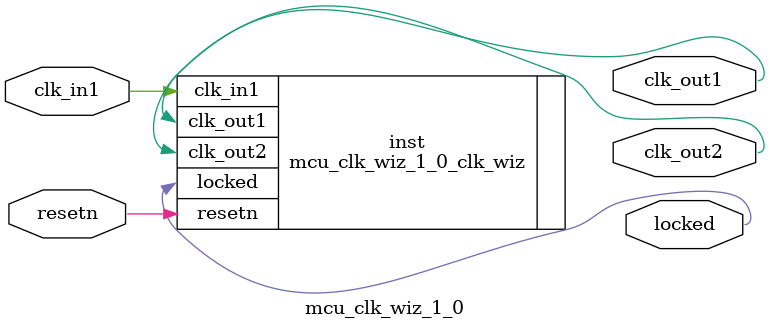
<source format=v>


`timescale 1ps/1ps

(* CORE_GENERATION_INFO = "mcu_clk_wiz_1_0,clk_wiz_v5_3_0,{component_name=mcu_clk_wiz_1_0,use_phase_alignment=true,use_min_o_jitter=false,use_max_i_jitter=false,use_dyn_phase_shift=false,use_inclk_switchover=false,use_dyn_reconfig=false,enable_axi=0,feedback_source=FDBK_AUTO,PRIMITIVE=MMCM,num_out_clk=2,clkin1_period=10.0,clkin2_period=10.0,use_power_down=false,use_reset=true,use_locked=true,use_inclk_stopped=false,feedback_type=SINGLE,CLOCK_MGR_TYPE=NA,manual_override=false}" *)

module mcu_clk_wiz_1_0 
 (
 // Clock in ports
  input         clk_in1,
  // Clock out ports
  output        clk_out1,
  output        clk_out2,
  // Status and control signals
  input         resetn,
  output        locked
 );

  mcu_clk_wiz_1_0_clk_wiz inst
  (
 // Clock in ports
  .clk_in1(clk_in1),
  // Clock out ports  
  .clk_out1(clk_out1),
  .clk_out2(clk_out2),
  // Status and control signals               
  .resetn(resetn), 
  .locked(locked)            
  );

endmodule

</source>
